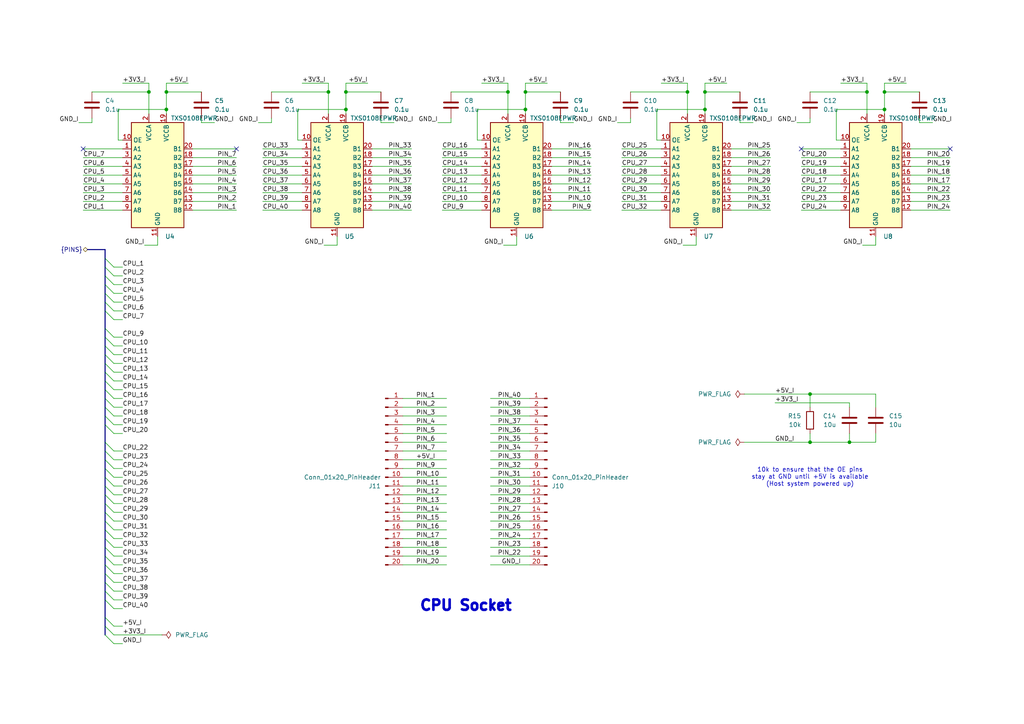
<source format=kicad_sch>
(kicad_sch (version 20250114) (generator "eeschema") (generator_version "9.0")
  (paper "A4")
  (lib_symbols
    (symbol "Connector:Conn_01x20_Pin" (pin_names (offset 1.016) (hide yes))
      (property "Reference" "J" (at 0 25.4 0))
      (property "Value" "Conn_01x20_Pin" (at 0 -27.94 0))
      (symbol "Conn_01x20_Pin_1_1"
        (rectangle (start 0.8636 22.987) (end 0 22.733) (stroke (width 0.1524)) (fill (type outline)))
        (rectangle (start 0.8636 20.447) (end 0 20.193) (stroke (width 0.1524)) (fill (type outline)))
        (rectangle (start 0.8636 17.907) (end 0 17.653) (stroke (width 0.1524)) (fill (type outline)))
        (rectangle (start 0.8636 15.367) (end 0 15.113) (stroke (width 0.1524)) (fill (type outline)))
        (rectangle (start 0.8636 12.827) (end 0 12.573) (stroke (width 0.1524)) (fill (type outline)))
        (rectangle (start 0.8636 10.287) (end 0 10.033) (stroke (width 0.1524)) (fill (type outline)))
        (rectangle (start 0.8636 7.747) (end 0 7.493) (stroke (width 0.1524)) (fill (type outline)))
        (rectangle (start 0.8636 5.207) (end 0 4.953) (stroke (width 0.1524)) (fill (type outline)))
        (rectangle (start 0.8636 2.667) (end 0 2.413) (stroke (width 0.1524)) (fill (type outline)))
        (rectangle (start 0.8636 0.127) (end 0 -0.127) (stroke (width 0.1524)) (fill (type outline)))
        (rectangle (start 0.8636 -2.413) (end 0 -2.667) (stroke (width 0.1524)) (fill (type outline)))
        (rectangle (start 0.8636 -4.953) (end 0 -5.207) (stroke (width 0.1524)) (fill (type outline)))
        (rectangle (start 0.8636 -7.493) (end 0 -7.747) (stroke (width 0.1524)) (fill (type outline)))
        (rectangle (start 0.8636 -10.033) (end 0 -10.287) (stroke (width 0.1524)) (fill (type outline)))
        (rectangle (start 0.8636 -12.573) (end 0 -12.827) (stroke (width 0.1524)) (fill (type outline)))
        (rectangle (start 0.8636 -15.113) (end 0 -15.367) (stroke (width 0.1524)) (fill (type outline)))
        (rectangle (start 0.8636 -17.653) (end 0 -17.907) (stroke (width 0.1524)) (fill (type outline)))
        (rectangle (start 0.8636 -20.193) (end 0 -20.447) (stroke (width 0.1524)) (fill (type outline)))
        (rectangle (start 0.8636 -22.733) (end 0 -22.987) (stroke (width 0.1524)) (fill (type outline)))
        (rectangle (start 0.8636 -25.273) (end 0 -25.527) (stroke (width 0.1524)) (fill (type outline)))
        (polyline (pts (xy 1.27 22.86) (xy 0.8636 22.86)) (stroke (width 0.1524)))
        (polyline (pts (xy 1.27 20.32) (xy 0.8636 20.32)) (stroke (width 0.1524)))
        (polyline (pts (xy 1.27 17.78) (xy 0.8636 17.78)) (stroke (width 0.1524)))
        (polyline (pts (xy 1.27 15.24) (xy 0.8636 15.24)) (stroke (width 0.1524)))
        (polyline (pts (xy 1.27 12.7) (xy 0.8636 12.7)) (stroke (width 0.1524)))
        (polyline (pts (xy 1.27 10.16) (xy 0.8636 10.16)) (stroke (width 0.1524)))
        (polyline (pts (xy 1.27 7.62) (xy 0.8636 7.62)) (stroke (width 0.1524)))
        (polyline (pts (xy 1.27 5.08) (xy 0.8636 5.08)) (stroke (width 0.1524)))
        (polyline (pts (xy 1.27 2.54) (xy 0.8636 2.54)) (stroke (width 0.1524)))
        (polyline (pts (xy 1.27 0) (xy 0.8636 0)) (stroke (width 0.1524)))
        (polyline (pts (xy 1.27 -2.54) (xy 0.8636 -2.54)) (stroke (width 0.1524)))
        (polyline (pts (xy 1.27 -5.08) (xy 0.8636 -5.08)) (stroke (width 0.1524)))
        (polyline (pts (xy 1.27 -7.62) (xy 0.8636 -7.62)) (stroke (width 0.1524)))
        (polyline (pts (xy 1.27 -10.16) (xy 0.8636 -10.16)) (stroke (width 0.1524)))
        (polyline (pts (xy 1.27 -12.7) (xy 0.8636 -12.7)) (stroke (width 0.1524)))
        (polyline (pts (xy 1.27 -15.24) (xy 0.8636 -15.24)) (stroke (width 0.1524)))
        (polyline (pts (xy 1.27 -17.78) (xy 0.8636 -17.78)) (stroke (width 0.1524)))
        (polyline (pts (xy 1.27 -20.32) (xy 0.8636 -20.32)) (stroke (width 0.1524)))
        (polyline (pts (xy 1.27 -22.86) (xy 0.8636 -22.86)) (stroke (width 0.1524)))
        (polyline (pts (xy 1.27 -25.4) (xy 0.8636 -25.4)) (stroke (width 0.1524)))
        (pin passive line (at 5.08 22.86 180) (length 3.81) (name "Pin_1") (number "1"))
        (pin passive line (at 5.08 20.32 180) (length 3.81) (name "Pin_2") (number "2"))
        (pin passive line (at 5.08 17.78 180) (length 3.81) (name "Pin_3") (number "3"))
        (pin passive line (at 5.08 15.24 180) (length 3.81) (name "Pin_4") (number "4"))
        (pin passive line (at 5.08 12.7 180) (length 3.81) (name "Pin_5") (number "5"))
        (pin passive line (at 5.08 10.16 180) (length 3.81) (name "Pin_6") (number "6"))
        (pin passive line (at 5.08 7.62 180) (length 3.81) (name "Pin_7") (number "7"))
        (pin passive line (at 5.08 5.08 180) (length 3.81) (name "Pin_8") (number "8"))
        (pin passive line (at 5.08 2.54 180) (length 3.81) (name "Pin_9") (number "9"))
        (pin passive line (at 5.08 0 180) (length 3.81) (name "Pin_10") (number "10"))
        (pin passive line (at 5.08 -2.54 180) (length 3.81) (name "Pin_11") (number "11"))
        (pin passive line (at 5.08 -5.08 180) (length 3.81) (name "Pin_12") (number "12"))
        (pin passive line (at 5.08 -7.62 180) (length 3.81) (name "Pin_13") (number "13"))
        (pin passive line (at 5.08 -10.16 180) (length 3.81) (name "Pin_14") (number "14"))
        (pin passive line (at 5.08 -12.7 180) (length 3.81) (name "Pin_15") (number "15"))
        (pin passive line (at 5.08 -15.24 180) (length 3.81) (name "Pin_16") (number "16"))
        (pin passive line (at 5.08 -17.78 180) (length 3.81) (name "Pin_17") (number "17"))
        (pin passive line (at 5.08 -20.32 180) (length 3.81) (name "Pin_18") (number "18"))
        (pin passive line (at 5.08 -22.86 180) (length 3.81) (name "Pin_19") (number "19"))
        (pin passive line (at 5.08 -25.4 180) (length 3.81) (name "Pin_20") (number "20"))
      )
    )
    (symbol "Device:C" (pin_numbers (hide yes)) (pin_names (offset 0.254))
      (property "Reference" "C" (at 0.635 2.54 0))
      (property "Value" "C" (at 0.635 -2.54 0))
      (symbol "C_0_1"
        (polyline (pts (xy -2.032 0.762) (xy 2.032 0.762)) (stroke (width 0.508)))
        (polyline (pts (xy -2.032 -0.762) (xy 2.032 -0.762)) (stroke (width 0.508)))
      )
      (symbol "C_1_1"
        (pin passive line (at 0 3.81 270) (length 2.794) (name "~") (number "1"))
        (pin passive line (at 0 -3.81 90) (length 2.794) (name "~") (number "2"))
      )
    )
    (symbol "Device:R" (pin_numbers (hide yes)) (pin_names (offset 0))
      (property "Reference" "R" (at 2.032 0 90))
      (property "Value" "R" (at 0 0 90))
      (symbol "R_0_1"
        (rectangle (start -1.016 -2.54) (end 1.016 2.54) (stroke (width 0.254)))
      )
      (symbol "R_1_1"
        (pin passive line (at 0 3.81 270) (length 1.27) (name "~") (number "1"))
        (pin passive line (at 0 -3.81 90) (length 1.27) (name "~") (number "2"))
      )
    )
    (symbol "Logic_LevelTranslator:TXS0108EPW"
      (property "Reference" "U" (at -6.35 16.51 0))
      (property "Value" "TXS0108EPW" (at 3.81 16.51 0))
      (symbol "TXS0108EPW_0_1"
        (rectangle (start -7.62 15.24) (end 7.62 -15.24) (stroke (width 0.254)) (fill (type background)))
      )
      (symbol "TXS0108EPW_1_1"
        (pin input line (at -10.16 10.16 0) (length 2.54) (name "OE") (number "10"))
        (pin bidirectional line (at -10.16 7.62 0) (length 2.54) (name "A1") (number "1"))
        (pin bidirectional line (at -10.16 5.08 0) (length 2.54) (name "A2") (number "3"))
        (pin bidirectional line (at -10.16 2.54 0) (length 2.54) (name "A3") (number "4"))
        (pin bidirectional line (at -10.16 0 0) (length 2.54) (name "A4") (number "5"))
        (pin bidirectional line (at -10.16 -2.54 0) (length 2.54) (name "A5") (number "6"))
        (pin bidirectional line (at -10.16 -5.08 0) (length 2.54) (name "A6") (number "7"))
        (pin bidirectional line (at -10.16 -7.62 0) (length 2.54) (name "A7") (number "8"))
        (pin bidirectional line (at -10.16 -10.16 0) (length 2.54) (name "A8") (number "9"))
        (pin power_in line (at -2.54 17.78 270) (length 2.54) (name "VCCA") (number "2"))
        (pin power_in line (at 0 -17.78 90) (length 2.54) (name "GND") (number "11"))
        (pin power_in line (at 2.54 17.78 270) (length 2.54) (name "VCCB") (number "19"))
        (pin bidirectional line (at 10.16 7.62 180) (length 2.54) (name "B1") (number "20"))
        (pin bidirectional line (at 10.16 5.08 180) (length 2.54) (name "B2") (number "18"))
        (pin bidirectional line (at 10.16 2.54 180) (length 2.54) (name "B3") (number "17"))
        (pin bidirectional line (at 10.16 0 180) (length 2.54) (name "B4") (number "16"))
        (pin bidirectional line (at 10.16 -2.54 180) (length 2.54) (name "B5") (number "15"))
        (pin bidirectional line (at 10.16 -5.08 180) (length 2.54) (name "B6") (number "14"))
        (pin bidirectional line (at 10.16 -7.62 180) (length 2.54) (name "B7") (number "13"))
        (pin bidirectional line (at 10.16 -10.16 180) (length 2.54) (name "B8") (number "12"))
      )
    )
    (symbol "power:PWR_FLAG" (power) (pin_numbers (hide yes)) (pin_names (offset 0) (hide yes))
      (property "Value" "PWR_FLAG" (at 0 3.81 0))
      (symbol "PWR_FLAG_0_0"
        (pin power_out line (at 0 0 90) (length 0) (name "~") (number "1"))
      )
      (symbol "PWR_FLAG_0_1"
        (polyline (pts (xy 0 0) (xy 0 1.27) (xy -1.016 1.905) (xy 0 2.54) (xy 1.016 1.905) (xy 0 1.27)))
      )
    )
  )
  (bus_alias "CPU" (members "PHI0" "PHI1" "PHI2" "~{RES}" "~{NMI}" "~{IRQ}" "~{SO}" "RW" "RDY" "SYNC" "PIN1" "PIN5" "PIN35" "PIN36" "D[0..7]" "A[0..15]"))
  (bus_alias "PINS" (members "CPU_[1..40]" "+5V_I" "GND_I" "+3V3_I"))
  (text "10k to ensure that the OE pins\nstay at GND until +5V is available\n(Host system powered up)" (at 234.95 138.43 0) (effects (font (size 1.27 1.27))))
  (text "CPU Socket\n" (at 135.128 175.768 0) (effects (font (size 3 3) (thickness 1.016) (bold yes))))
  (junction (at 100.33 26.67))
  (junction (at 100.33 31.75))
  (junction (at 204.47 26.67))
  (junction (at 234.95 114.3))
  (junction (at 204.47 31.75))
  (junction (at 147.32 26.67))
  (junction (at 256.54 26.67))
  (junction (at 199.39 26.67))
  (junction (at 152.4 26.67))
  (junction (at 48.26 26.67))
  (junction (at 256.54 31.75))
  (junction (at 43.18 26.67))
  (junction (at 95.25 26.67))
  (junction (at 246.38 128.27))
  (junction (at 152.4 31.75))
  (junction (at 234.95 128.27))
  (junction (at 48.26 31.75))
  (junction (at 251.46 26.67))
  (no_connect (at 232.41 43.18))
  (no_connect (at 68.58 43.18))
  (no_connect (at 24.13 43.18))
  (no_connect (at 275.59 43.18))
  (bus_entry (at 30.48 77.47) (size 2.54 2.54))
  (bus_entry (at 30.48 161.29) (size 2.54 2.54))
  (bus_entry (at 30.48 80.01) (size 2.54 2.54))
  (bus_entry (at 30.48 130.81) (size 2.54 2.54))
  (bus_entry (at 30.48 135.89) (size 2.54 2.54))
  (bus_entry (at 30.48 184.15) (size 2.54 2.54))
  (bus_entry (at 30.48 107.95) (size 2.54 2.54))
  (bus_entry (at 30.48 95.25) (size 2.54 2.54))
  (bus_entry (at 30.48 113.03) (size 2.54 2.54))
  (bus_entry (at 30.48 118.11) (size 2.54 2.54))
  (bus_entry (at 30.48 140.97) (size 2.54 2.54))
  (bus_entry (at 30.48 105.41) (size 2.54 2.54))
  (bus_entry (at 30.48 87.63) (size 2.54 2.54))
  (bus_entry (at 30.48 120.65) (size 2.54 2.54))
  (bus_entry (at 30.48 133.35) (size 2.54 2.54))
  (bus_entry (at 30.48 85.09) (size 2.54 2.54))
  (bus_entry (at 30.48 153.67) (size 2.54 2.54))
  (bus_entry (at 30.48 74.93) (size 2.54 2.54))
  (bus_entry (at 30.48 179.07) (size 2.54 2.54))
  (bus_entry (at 30.48 123.19) (size 2.54 2.54))
  (bus_entry (at 30.48 102.87) (size 2.54 2.54))
  (bus_entry (at 30.48 171.45) (size 2.54 2.54))
  (bus_entry (at 30.48 138.43) (size 2.54 2.54))
  (bus_entry (at 30.48 82.55) (size 2.54 2.54))
  (bus_entry (at 30.48 148.59) (size 2.54 2.54))
  (bus_entry (at 30.48 110.49) (size 2.54 2.54))
  (bus_entry (at 30.48 146.05) (size 2.54 2.54))
  (bus_entry (at 30.48 156.21) (size 2.54 2.54))
  (bus_entry (at 30.48 158.75) (size 2.54 2.54))
  (bus_entry (at 30.48 100.33) (size 2.54 2.54))
  (bus_entry (at 30.48 163.83) (size 2.54 2.54))
  (bus_entry (at 30.48 128.27) (size 2.54 2.54))
  (bus_entry (at 30.48 151.13) (size 2.54 2.54))
  (bus_entry (at 30.48 143.51) (size 2.54 2.54))
  (bus_entry (at 30.48 166.37) (size 2.54 2.54))
  (bus_entry (at 30.48 173.99) (size 2.54 2.54))
  (bus_entry (at 30.48 168.91) (size 2.54 2.54))
  (bus_entry (at 30.48 181.61) (size 2.54 2.54))
  (bus_entry (at 30.48 115.57) (size 2.54 2.54))
  (bus_entry (at 30.48 90.17) (size 2.54 2.54))
  (bus_entry (at 30.48 97.79) (size 2.54 2.54))
  (wire (pts (xy 43.18 26.67) (xy 43.18 33.02)))
  (bus (pts (xy 30.48 105.41) (xy 30.48 107.95)))
  (wire (pts (xy 107.95 58.42) (xy 119.38 58.42)))
  (wire (pts (xy 55.88 55.88) (xy 68.58 55.88)))
  (wire (pts (xy 204.47 24.13) (xy 210.82 24.13)))
  (wire (pts (xy 33.02 161.29) (xy 35.56 161.29)))
  (wire (pts (xy 110.49 26.67) (xy 100.33 26.67)))
  (wire (pts (xy 218.44 35.56) (xy 214.63 35.56)))
  (wire (pts (xy 55.88 48.26) (xy 68.58 48.26)))
  (wire (pts (xy 242.57 40.64) (xy 242.57 31.75)))
  (wire (pts (xy 87.63 40.64) (xy 86.36 40.64)))
  (bus (pts (xy 30.48 107.95) (xy 30.48 110.49)))
  (wire (pts (xy 212.09 45.72) (xy 223.52 45.72)))
  (bus (pts (xy 30.48 135.89) (xy 30.48 138.43)))
  (wire (pts (xy 234.95 114.3) (xy 234.95 118.11)))
  (wire (pts (xy 86.36 31.75) (xy 100.33 31.75)))
  (wire (pts (xy 232.41 53.34) (xy 243.84 53.34)))
  (wire (pts (xy 33.02 125.73) (xy 35.56 125.73)))
  (wire (pts (xy 180.34 55.88) (xy 191.77 55.88)))
  (wire (pts (xy 180.34 48.26) (xy 191.77 48.26)))
  (wire (pts (xy 149.86 68.58) (xy 149.86 71.12)))
  (wire (pts (xy 251.46 26.67) (xy 251.46 33.02)))
  (wire (pts (xy 110.49 35.56) (xy 110.49 34.29)))
  (bus (pts (xy 30.48 163.83) (xy 30.48 166.37)))
  (wire (pts (xy 116.84 120.65) (xy 129.54 120.65)))
  (wire (pts (xy 33.02 92.71) (xy 35.56 92.71)))
  (bus (pts (xy 30.48 143.51) (xy 30.48 146.05)))
  (wire (pts (xy 142.24 138.43) (xy 153.67 138.43)))
  (wire (pts (xy 76.2 48.26) (xy 87.63 48.26)))
  (wire (pts (xy 76.2 45.72) (xy 87.63 45.72)))
  (wire (pts (xy 190.5 31.75) (xy 204.47 31.75)))
  (wire (pts (xy 250.19 71.12) (xy 254 71.12)))
  (wire (pts (xy 142.24 161.29) (xy 153.67 161.29)))
  (wire (pts (xy 34.29 31.75) (xy 48.26 31.75)))
  (wire (pts (xy 55.88 50.8) (xy 68.58 50.8)))
  (bus (pts (xy 30.48 118.11) (xy 30.48 120.65)))
  (wire (pts (xy 266.7 35.56) (xy 266.7 34.29)))
  (wire (pts (xy 254 114.3) (xy 254 118.11)))
  (wire (pts (xy 160.02 55.88) (xy 171.45 55.88)))
  (wire (pts (xy 142.24 128.27) (xy 153.67 128.27)))
  (bus (pts (xy 30.48 168.91) (xy 30.48 171.45)))
  (wire (pts (xy 256.54 26.67) (xy 256.54 31.75)))
  (bus (pts (xy 30.48 123.19) (xy 30.48 128.27)))
  (wire (pts (xy 264.16 53.34) (xy 275.59 53.34)))
  (wire (pts (xy 33.02 120.65) (xy 35.56 120.65)))
  (wire (pts (xy 234.95 114.3) (xy 254 114.3)))
  (wire (pts (xy 204.47 24.13) (xy 204.47 26.67)))
  (wire (pts (xy 100.33 24.13) (xy 100.33 26.67)))
  (wire (pts (xy 212.09 60.96) (xy 223.52 60.96)))
  (wire (pts (xy 256.54 24.13) (xy 262.89 24.13)))
  (wire (pts (xy 78.74 35.56) (xy 78.74 34.29)))
  (wire (pts (xy 116.84 130.81) (xy 129.54 130.81)))
  (wire (pts (xy 242.57 31.75) (xy 256.54 31.75)))
  (wire (pts (xy 214.63 35.56) (xy 214.63 34.29)))
  (wire (pts (xy 232.41 60.96) (xy 243.84 60.96)))
  (wire (pts (xy 107.95 48.26) (xy 119.38 48.26)))
  (wire (pts (xy 107.95 43.18) (xy 119.38 43.18)))
  (wire (pts (xy 212.09 58.42) (xy 223.52 58.42)))
  (wire (pts (xy 142.24 143.51) (xy 153.67 143.51)))
  (wire (pts (xy 43.18 24.13) (xy 43.18 26.67)))
  (wire (pts (xy 78.74 26.67) (xy 95.25 26.67)))
  (wire (pts (xy 180.34 50.8) (xy 191.77 50.8)))
  (bus (pts (xy 30.48 133.35) (xy 30.48 135.89)))
  (wire (pts (xy 116.84 133.35) (xy 129.54 133.35)))
  (wire (pts (xy 254 125.73) (xy 254 128.27)))
  (wire (pts (xy 246.38 128.27) (xy 254 128.27)))
  (wire (pts (xy 33.02 100.33) (xy 35.56 100.33)))
  (wire (pts (xy 74.93 35.56) (xy 78.74 35.56)))
  (wire (pts (xy 232.41 50.8) (xy 243.84 50.8)))
  (wire (pts (xy 191.77 40.64) (xy 190.5 40.64)))
  (wire (pts (xy 224.79 116.84) (xy 246.38 116.84)))
  (wire (pts (xy 33.02 158.75) (xy 35.56 158.75)))
  (wire (pts (xy 116.84 151.13) (xy 129.54 151.13)))
  (wire (pts (xy 55.88 45.72) (xy 68.58 45.72)))
  (wire (pts (xy 180.34 53.34) (xy 191.77 53.34)))
  (wire (pts (xy 128.27 45.72) (xy 139.7 45.72)))
  (bus (pts (xy 30.48 151.13) (xy 30.48 153.67)))
  (wire (pts (xy 33.02 135.89) (xy 35.56 135.89)))
  (wire (pts (xy 152.4 24.13) (xy 152.4 26.67)))
  (wire (pts (xy 26.67 26.67) (xy 43.18 26.67)))
  (wire (pts (xy 116.84 118.11) (xy 129.54 118.11)))
  (wire (pts (xy 128.27 43.18) (xy 139.7 43.18)))
  (wire (pts (xy 138.43 31.75) (xy 152.4 31.75)))
  (wire (pts (xy 264.16 45.72) (xy 275.59 45.72)))
  (wire (pts (xy 264.16 43.18) (xy 275.59 43.18)))
  (bus (pts (xy 30.48 97.79) (xy 30.48 100.33)))
  (wire (pts (xy 107.95 50.8) (xy 119.38 50.8)))
  (bus (pts (xy 30.48 80.01) (xy 30.48 82.55)))
  (wire (pts (xy 33.02 148.59) (xy 35.56 148.59)))
  (wire (pts (xy 142.24 120.65) (xy 153.67 120.65)))
  (wire (pts (xy 234.95 26.67) (xy 251.46 26.67)))
  (wire (pts (xy 26.67 35.56) (xy 26.67 34.29)))
  (wire (pts (xy 116.84 143.51) (xy 129.54 143.51)))
  (wire (pts (xy 130.81 35.56) (xy 130.81 34.29)))
  (wire (pts (xy 116.84 123.19) (xy 129.54 123.19)))
  (wire (pts (xy 204.47 26.67) (xy 204.47 31.75)))
  (wire (pts (xy 128.27 55.88) (xy 139.7 55.88)))
  (wire (pts (xy 107.95 45.72) (xy 119.38 45.72)))
  (wire (pts (xy 142.24 163.83) (xy 153.67 163.83)))
  (bus (pts (xy 30.48 171.45) (xy 30.48 173.99)))
  (wire (pts (xy 116.84 161.29) (xy 129.54 161.29)))
  (wire (pts (xy 24.13 48.26) (xy 35.56 48.26)))
  (wire (pts (xy 142.24 135.89) (xy 153.67 135.89)))
  (wire (pts (xy 116.84 125.73) (xy 129.54 125.73)))
  (wire (pts (xy 33.02 130.81) (xy 35.56 130.81)))
  (wire (pts (xy 33.02 156.21) (xy 35.56 156.21)))
  (wire (pts (xy 234.95 35.56) (xy 234.95 34.29)))
  (wire (pts (xy 212.09 53.34) (xy 223.52 53.34)))
  (wire (pts (xy 232.41 43.18) (xy 243.84 43.18)))
  (wire (pts (xy 142.24 148.59) (xy 153.67 148.59)))
  (wire (pts (xy 48.26 24.13) (xy 48.26 26.67)))
  (wire (pts (xy 142.24 125.73) (xy 153.67 125.73)))
  (wire (pts (xy 33.02 97.79) (xy 35.56 97.79)))
  (bus (pts (xy 30.48 153.67) (xy 30.48 156.21)))
  (wire (pts (xy 33.02 118.11) (xy 35.56 118.11)))
  (wire (pts (xy 116.84 140.97) (xy 129.54 140.97)))
  (wire (pts (xy 146.05 71.12) (xy 149.86 71.12)))
  (wire (pts (xy 76.2 58.42) (xy 87.63 58.42)))
  (wire (pts (xy 130.81 26.67) (xy 147.32 26.67)))
  (wire (pts (xy 41.91 71.12) (xy 45.72 71.12)))
  (wire (pts (xy 33.02 181.61) (xy 35.56 181.61)))
  (wire (pts (xy 234.95 128.27) (xy 246.38 128.27)))
  (wire (pts (xy 33.02 133.35) (xy 35.56 133.35)))
  (wire (pts (xy 243.84 24.13) (xy 251.46 24.13)))
  (wire (pts (xy 128.27 60.96) (xy 139.7 60.96)))
  (wire (pts (xy 201.93 68.58) (xy 201.93 71.12)))
  (wire (pts (xy 254 68.58) (xy 254 71.12)))
  (wire (pts (xy 33.02 173.99) (xy 35.56 173.99)))
  (wire (pts (xy 232.41 45.72) (xy 243.84 45.72)))
  (bus (pts (xy 30.48 115.57) (xy 30.48 118.11)))
  (wire (pts (xy 33.02 110.49) (xy 35.56 110.49)))
  (wire (pts (xy 33.02 87.63) (xy 35.56 87.63)))
  (wire (pts (xy 264.16 50.8) (xy 275.59 50.8)))
  (wire (pts (xy 160.02 45.72) (xy 171.45 45.72)))
  (wire (pts (xy 116.84 128.27) (xy 129.54 128.27)))
  (wire (pts (xy 55.88 53.34) (xy 68.58 53.34)))
  (wire (pts (xy 97.79 68.58) (xy 97.79 71.12)))
  (wire (pts (xy 55.88 60.96) (xy 68.58 60.96)))
  (wire (pts (xy 33.02 163.83) (xy 35.56 163.83)))
  (bus (pts (xy 30.48 110.49) (xy 30.48 113.03)))
  (wire (pts (xy 152.4 31.75) (xy 152.4 33.02)))
  (wire (pts (xy 142.24 130.81) (xy 153.67 130.81)))
  (wire (pts (xy 256.54 24.13) (xy 256.54 26.67)))
  (wire (pts (xy 142.24 118.11) (xy 153.67 118.11)))
  (wire (pts (xy 160.02 50.8) (xy 171.45 50.8)))
  (bus (pts (xy 30.48 166.37) (xy 30.48 168.91)))
  (wire (pts (xy 128.27 53.34) (xy 139.7 53.34)))
  (wire (pts (xy 33.02 140.97) (xy 35.56 140.97)))
  (wire (pts (xy 199.39 26.67) (xy 199.39 33.02)))
  (bus (pts (xy 30.48 181.61) (xy 30.48 184.15)))
  (wire (pts (xy 33.02 102.87) (xy 35.56 102.87)))
  (wire (pts (xy 58.42 26.67) (xy 48.26 26.67)))
  (wire (pts (xy 180.34 60.96) (xy 191.77 60.96)))
  (wire (pts (xy 24.13 53.34) (xy 35.56 53.34)))
  (wire (pts (xy 162.56 26.67) (xy 152.4 26.67)))
  (wire (pts (xy 24.13 45.72) (xy 35.56 45.72)))
  (wire (pts (xy 212.09 43.18) (xy 223.52 43.18)))
  (bus (pts (xy 30.48 85.09) (xy 30.48 87.63)))
  (wire (pts (xy 212.09 50.8) (xy 223.52 50.8)))
  (wire (pts (xy 180.34 45.72) (xy 191.77 45.72)))
  (bus (pts (xy 30.48 179.07) (xy 30.48 181.61)))
  (wire (pts (xy 152.4 26.67) (xy 152.4 31.75)))
  (wire (pts (xy 107.95 53.34) (xy 119.38 53.34)))
  (wire (pts (xy 33.02 184.15) (xy 46.99 184.15)))
  (bus (pts (xy 30.48 95.25) (xy 30.48 97.79)))
  (bus (pts (xy 30.48 90.17) (xy 30.48 95.25)))
  (wire (pts (xy 33.02 77.47) (xy 35.56 77.47)))
  (wire (pts (xy 142.24 153.67) (xy 153.67 153.67)))
  (wire (pts (xy 116.84 163.83) (xy 129.54 163.83)))
  (wire (pts (xy 33.02 151.13) (xy 35.56 151.13)))
  (wire (pts (xy 55.88 58.42) (xy 68.58 58.42)))
  (wire (pts (xy 116.84 158.75) (xy 129.54 158.75)))
  (wire (pts (xy 33.02 107.95) (xy 35.56 107.95)))
  (bus (pts (xy 30.48 100.33) (xy 30.48 102.87)))
  (wire (pts (xy 48.26 24.13) (xy 54.61 24.13)))
  (bus (pts (xy 30.48 173.99) (xy 30.48 179.07)))
  (bus (pts (xy 30.48 156.21) (xy 30.48 158.75)))
  (wire (pts (xy 107.95 55.88) (xy 119.38 55.88)))
  (wire (pts (xy 179.07 35.56) (xy 182.88 35.56)))
  (wire (pts (xy 142.24 140.97) (xy 153.67 140.97)))
  (wire (pts (xy 147.32 26.67) (xy 147.32 33.02)))
  (bus (pts (xy 30.48 74.93) (xy 30.48 77.47)))
  (bus (pts (xy 30.48 77.47) (xy 30.48 80.01)))
  (wire (pts (xy 142.24 151.13) (xy 153.67 151.13)))
  (wire (pts (xy 162.56 35.56) (xy 162.56 34.29)))
  (wire (pts (xy 55.88 43.18) (xy 68.58 43.18)))
  (wire (pts (xy 142.24 115.57) (xy 153.67 115.57)))
  (wire (pts (xy 246.38 125.73) (xy 246.38 128.27)))
  (wire (pts (xy 152.4 24.13) (xy 158.75 24.13)))
  (bus (pts (xy 30.48 120.65) (xy 30.48 123.19)))
  (bus (pts (xy 25.4 72.39) (xy 30.48 72.39)))
  (bus (pts (xy 30.48 130.81) (xy 30.48 133.35)))
  (wire (pts (xy 33.02 153.67) (xy 35.56 153.67)))
  (wire (pts (xy 116.84 138.43) (xy 129.54 138.43)))
  (wire (pts (xy 34.29 40.64) (xy 34.29 31.75)))
  (wire (pts (xy 138.43 40.64) (xy 138.43 31.75)))
  (wire (pts (xy 264.16 58.42) (xy 275.59 58.42)))
  (wire (pts (xy 62.23 35.56) (xy 58.42 35.56)))
  (wire (pts (xy 33.02 90.17) (xy 35.56 90.17)))
  (wire (pts (xy 24.13 58.42) (xy 35.56 58.42)))
  (wire (pts (xy 33.02 168.91) (xy 35.56 168.91)))
  (bus (pts (xy 30.48 128.27) (xy 30.48 130.81)))
  (wire (pts (xy 166.37 35.56) (xy 162.56 35.56)))
  (wire (pts (xy 48.26 31.75) (xy 48.26 33.02)))
  (wire (pts (xy 128.27 50.8) (xy 139.7 50.8)))
  (wire (pts (xy 264.16 60.96) (xy 275.59 60.96)))
  (wire (pts (xy 142.24 133.35) (xy 153.67 133.35)))
  (wire (pts (xy 142.24 146.05) (xy 153.67 146.05)))
  (wire (pts (xy 264.16 55.88) (xy 275.59 55.88)))
  (wire (pts (xy 100.33 26.67) (xy 100.33 31.75)))
  (wire (pts (xy 24.13 60.96) (xy 35.56 60.96)))
  (wire (pts (xy 160.02 60.96) (xy 171.45 60.96)))
  (wire (pts (xy 33.02 171.45) (xy 35.56 171.45)))
  (wire (pts (xy 243.84 40.64) (xy 242.57 40.64)))
  (wire (pts (xy 76.2 55.88) (xy 87.63 55.88)))
  (wire (pts (xy 256.54 31.75) (xy 256.54 33.02)))
  (wire (pts (xy 33.02 138.43) (xy 35.56 138.43)))
  (wire (pts (xy 48.26 26.67) (xy 48.26 31.75)))
  (wire (pts (xy 33.02 105.41) (xy 35.56 105.41)))
  (bus (pts (xy 30.48 148.59) (xy 30.48 151.13)))
  (wire (pts (xy 33.02 123.19) (xy 35.56 123.19)))
  (wire (pts (xy 191.77 24.13) (xy 199.39 24.13)))
  (wire (pts (xy 142.24 156.21) (xy 153.67 156.21)))
  (wire (pts (xy 114.3 35.56) (xy 110.49 35.56)))
  (bus (pts (xy 30.48 102.87) (xy 30.48 105.41)))
  (wire (pts (xy 33.02 115.57) (xy 35.56 115.57)))
  (wire (pts (xy 93.98 71.12) (xy 97.79 71.12)))
  (wire (pts (xy 95.25 24.13) (xy 95.25 26.67)))
  (wire (pts (xy 232.41 48.26) (xy 243.84 48.26)))
  (bus (pts (xy 30.48 82.55) (xy 30.48 85.09)))
  (wire (pts (xy 35.56 24.13) (xy 43.18 24.13)))
  (wire (pts (xy 116.84 156.21) (xy 129.54 156.21)))
  (wire (pts (xy 231.14 35.56) (xy 234.95 35.56)))
  (wire (pts (xy 33.02 80.01) (xy 35.56 80.01)))
  (wire (pts (xy 100.33 31.75) (xy 100.33 33.02)))
  (wire (pts (xy 128.27 58.42) (xy 139.7 58.42)))
  (wire (pts (xy 160.02 58.42) (xy 171.45 58.42)))
  (bus (pts (xy 30.48 138.43) (xy 30.48 140.97)))
  (wire (pts (xy 180.34 43.18) (xy 191.77 43.18)))
  (wire (pts (xy 24.13 50.8) (xy 35.56 50.8)))
  (wire (pts (xy 116.84 135.89) (xy 129.54 135.89)))
  (wire (pts (xy 58.42 35.56) (xy 58.42 34.29)))
  (wire (pts (xy 214.63 26.67) (xy 204.47 26.67)))
  (wire (pts (xy 33.02 85.09) (xy 35.56 85.09)))
  (wire (pts (xy 160.02 43.18) (xy 171.45 43.18)))
  (wire (pts (xy 139.7 40.64) (xy 138.43 40.64)))
  (wire (pts (xy 190.5 40.64) (xy 190.5 31.75)))
  (wire (pts (xy 264.16 48.26) (xy 275.59 48.26)))
  (wire (pts (xy 33.02 146.05) (xy 35.56 146.05)))
  (wire (pts (xy 182.88 26.67) (xy 199.39 26.67)))
  (bus (pts (xy 30.48 72.39) (xy 30.48 74.93)))
  (wire (pts (xy 33.02 166.37) (xy 35.56 166.37)))
  (wire (pts (xy 76.2 43.18) (xy 87.63 43.18)))
  (wire (pts (xy 35.56 40.64) (xy 34.29 40.64)))
  (wire (pts (xy 246.38 116.84) (xy 246.38 118.11)))
  (bus (pts (xy 30.48 87.63) (xy 30.48 90.17)))
  (bus (pts (xy 30.48 113.03) (xy 30.48 115.57)))
  (wire (pts (xy 215.9 114.3) (xy 234.95 114.3)))
  (wire (pts (xy 232.41 55.88) (xy 243.84 55.88)))
  (bus (pts (xy 30.48 146.05) (xy 30.48 148.59)))
  (wire (pts (xy 198.12 71.12) (xy 201.93 71.12)))
  (wire (pts (xy 76.2 60.96) (xy 87.63 60.96)))
  (wire (pts (xy 128.27 48.26) (xy 139.7 48.26)))
  (wire (pts (xy 142.24 158.75) (xy 153.67 158.75)))
  (wire (pts (xy 212.09 48.26) (xy 223.52 48.26)))
  (wire (pts (xy 116.84 148.59) (xy 129.54 148.59)))
  (wire (pts (xy 33.02 176.53) (xy 35.56 176.53)))
  (wire (pts (xy 87.63 24.13) (xy 95.25 24.13)))
  (wire (pts (xy 116.84 153.67) (xy 129.54 153.67)))
  (bus (pts (xy 30.48 158.75) (xy 30.48 161.29)))
  (wire (pts (xy 76.2 50.8) (xy 87.63 50.8)))
  (wire (pts (xy 182.88 35.56) (xy 182.88 34.29)))
  (bus (pts (xy 30.48 140.97) (xy 30.48 143.51)))
  (wire (pts (xy 107.95 60.96) (xy 119.38 60.96)))
  (wire (pts (xy 86.36 40.64) (xy 86.36 31.75)))
  (bus (pts (xy 30.48 161.29) (xy 30.48 163.83)))
  (wire (pts (xy 147.32 24.13) (xy 147.32 26.67)))
  (wire (pts (xy 45.72 68.58) (xy 45.72 71.12)))
  (wire (pts (xy 160.02 48.26) (xy 171.45 48.26)))
  (wire (pts (xy 204.47 31.75) (xy 204.47 33.02)))
  (wire (pts (xy 234.95 125.73) (xy 234.95 128.27)))
  (wire (pts (xy 24.13 55.88) (xy 35.56 55.88)))
  (wire (pts (xy 33.02 143.51) (xy 35.56 143.51)))
  (wire (pts (xy 199.39 24.13) (xy 199.39 26.67)))
  (wire (pts (xy 24.13 43.18) (xy 35.56 43.18)))
  (wire (pts (xy 100.33 24.13) (xy 106.68 24.13)))
  (wire (pts (xy 212.09 55.88) (xy 223.52 55.88)))
  (wire (pts (xy 180.34 58.42) (xy 191.77 58.42)))
  (wire (pts (xy 232.41 58.42) (xy 243.84 58.42)))
  (wire (pts (xy 76.2 53.34) (xy 87.63 53.34)))
  (wire (pts (xy 139.7 24.13) (xy 147.32 24.13)))
  (wire (pts (xy 215.9 128.27) (xy 234.95 128.27)))
  (wire (pts (xy 33.02 113.03) (xy 35.56 113.03)))
  (wire (pts (xy 33.02 82.55) (xy 35.56 82.55)))
  (wire (pts (xy 33.02 186.69) (xy 35.56 186.69)))
  (wire (pts (xy 22.86 35.56) (xy 26.67 35.56)))
  (wire (pts (xy 251.46 24.13) (xy 251.46 26.67)))
  (wire (pts (xy 116.84 146.05) (xy 129.54 146.05)))
  (wire (pts (xy 116.84 115.57) (xy 129.54 115.57)))
  (wire (pts (xy 127 35.56) (xy 130.81 35.56)))
  (wire (pts (xy 95.25 26.67) (xy 95.25 33.02)))
  (wire (pts (xy 160.02 53.34) (xy 171.45 53.34)))
  (wire (pts (xy 266.7 26.67) (xy 256.54 26.67)))
  (wire (pts (xy 270.51 35.56) (xy 266.7 35.56)))
  (wire (pts (xy 142.24 123.19) (xy 153.67 123.19)))
  (label "PIN_26" (at 223.52 45.72 180))
  (label "CPU_17" (at 232.41 53.34 0))
  (label "CPU_14" (at 128.27 48.26 0))
  (label "PIN_37" (at 119.38 53.34 180))
  (label "PIN_4" (at 68.58 53.34 180))
  (label "CPU_31" (at 35.56 153.67 0))
  (label "CPU_15" (at 128.27 45.72 0))
  (label "CPU_3" (at 35.56 82.55 0))
  (label "GND_I" (at 35.56 186.69 0))
  (label "CPU_2" (at 24.13 58.42 0))
  (label "GND_I" (at 41.91 71.12 180))
  (label "CPU_16" (at 35.56 115.57 0))
  (label "PIN_7" (at 120.65 130.81 0))
  (label "CPU_9" (at 128.27 60.96 0))
  (label "CPU_39" (at 35.56 173.99 0))
  (label "CPU_3" (at 24.13 55.88 0))
  (label "PIN_27" (at 151.13 148.59 180))
  (label "PIN_19" (at 120.65 161.29 0))
  (label "PIN_40" (at 151.13 115.57 180))
  (label "PIN_39" (at 119.38 58.42 180))
  (label "CPU_12" (at 35.56 105.41 0))
  (label "CPU_35" (at 35.56 163.83 0))
  (label "PIN_29" (at 151.13 143.51 180))
  (label "CPU_16" (at 128.27 43.18 0))
  (label "PIN_5" (at 68.58 50.8 180))
  (label "PIN_40" (at 119.38 60.96 180))
  (label "PIN_2" (at 68.58 58.42 180))
  (label "PIN_15" (at 171.45 45.72 180))
  (label "CPU_29" (at 180.34 53.34 0))
  (label "CPU_36" (at 35.56 166.37 0))
  (label "CPU_18" (at 232.41 50.8 0))
  (label "CPU_2" (at 35.56 80.01 0))
  (label "CPU_7" (at 24.13 45.72 0))
  (label "PIN_16" (at 171.45 43.18 180))
  (label "PIN_16" (at 120.65 153.67 0))
  (label "CPU_37" (at 76.2 53.34 0))
  (label "CPU_40" (at 76.2 60.96 0))
  (label "PIN_24" (at 151.13 156.21 180))
  (label "GND_I" (at 218.44 35.56 0))
  (label "PIN_28" (at 223.52 50.8 180))
  (label "GND_I" (at 270.51 35.56 0))
  (label "CPU_40" (at 35.56 176.53 0))
  (label "CPU_28" (at 180.34 50.8 0))
  (label "PIN_13" (at 120.65 146.05 0))
  (label "CPU_14" (at 35.56 110.49 0))
  (label "+5V_I" (at 262.89 24.13 180))
  (label "PIN_7" (at 68.58 45.72 180))
  (label "GND_I" (at 146.05 71.12 180))
  (label "PIN_3" (at 68.58 55.88 180))
  (label "+5V_I" (at 158.75 24.13 180))
  (label "PIN_36" (at 151.13 125.73 180))
  (label "CPU_19" (at 232.41 48.26 0))
  (label "PIN_33" (at 119.38 43.18 180))
  (label "PIN_5" (at 120.65 125.73 0))
  (label "PIN_35" (at 119.38 48.26 180))
  (label "PIN_11" (at 120.65 140.97 0))
  (label "PIN_27" (at 223.52 48.26 180))
  (label "PIN_14" (at 171.45 48.26 180))
  (label "+3V3_I" (at 224.79 116.84 0))
  (label "PIN_12" (at 120.65 143.51 0))
  (label "GND_I" (at 224.79 128.27 0))
  (label "PIN_12" (at 171.45 53.34 180))
  (label "CPU_10" (at 35.56 100.33 0))
  (label "CPU_33" (at 35.56 158.75 0))
  (label "+5V_I" (at 224.79 114.3 0))
  (label "PIN_22" (at 151.13 161.29 180))
  (label "PIN_26" (at 151.13 151.13 180))
  (label "CPU_26" (at 180.34 45.72 0))
  (label "CPU_37" (at 35.56 168.91 0))
  (label "PIN_39" (at 151.13 118.11 180))
  (label "CPU_13" (at 35.56 107.95 0))
  (label "CPU_11" (at 35.56 102.87 0))
  (label "GND_I" (at 62.23 35.56 0))
  (label "CPU_13" (at 128.27 50.8 0))
  (label "PIN_18" (at 120.65 158.75 0))
  (label "+5V_I" (at 54.61 24.13 180))
  (label "PIN_15" (at 120.65 151.13 0))
  (label "PIN_19" (at 275.59 48.26 180))
  (label "GND_I" (at 127 35.56 180))
  (label "PIN_20" (at 120.65 163.83 0))
  (label "PIN_30" (at 223.52 55.88 180))
  (label "PIN_28" (at 151.13 146.05 180))
  (label "PIN_32" (at 223.52 60.96 180))
  (label "CPU_23" (at 35.56 133.35 0))
  (label "PIN_23" (at 151.13 158.75 180))
  (label "CPU_12" (at 128.27 53.34 0))
  (label "PIN_17" (at 275.59 53.34 180))
  (label "CPU_39" (at 76.2 58.42 0))
  (label "CPU_19" (at 35.56 123.19 0))
  (label "+3V3_I" (at 243.84 24.13 0))
  (label "CPU_10" (at 128.27 58.42 0))
  (label "CPU_38" (at 76.2 55.88 0))
  (label "CPU_1" (at 24.13 60.96 0))
  (label "CPU_1" (at 35.56 77.47 0))
  (label "CPU_15" (at 35.56 113.03 0))
  (label "CPU_20" (at 35.56 125.73 0))
  (label "CPU_32" (at 180.34 60.96 0))
  (label "PIN_6" (at 68.58 48.26 180))
  (label "+3V3_I" (at 35.56 184.15 0))
  (label "PIN_23" (at 275.59 58.42 180))
  (label "PIN_36" (at 119.38 50.8 180))
  (label "PIN_10" (at 120.65 138.43 0))
  (label "GND_I" (at 198.12 71.12 180))
  (label "GND_I" (at 93.98 71.12 180))
  (label "PIN_37" (at 151.13 123.19 180))
  (label "GND_I" (at 231.14 35.56 180))
  (label "CPU_26" (at 35.56 140.97 0))
  (label "CPU_34" (at 76.2 45.72 0))
  (label "CPU_33" (at 76.2 43.18 0))
  (label "PIN_20" (at 275.59 45.72 180))
  (label "GND_I" (at 166.37 35.56 0))
  (label "CPU_9" (at 35.56 97.79 0))
  (label "CPU_20" (at 232.41 45.72 0))
  (label "CPU_35" (at 76.2 48.26 0))
  (label "PIN_33" (at 151.13 133.35 180))
  (label "+5V_I" (at 106.68 24.13 180))
  (label "+5V_I" (at 35.56 181.61 0))
  (label "CPU_24" (at 232.41 60.96 0))
  (label "PIN_30" (at 151.13 140.97 180))
  (label "CPU_27" (at 180.34 48.26 0))
  (label "CPU_17" (at 35.56 118.11 0))
  (label "CPU_30" (at 35.56 151.13 0))
  (label "PIN_31" (at 223.52 58.42 180))
  (label "CPU_22" (at 35.56 130.81 0))
  (label "+5V_I" (at 210.82 24.13 180))
  (label "PIN_10" (at 171.45 58.42 180))
  (label "GND_I" (at 74.93 35.56 180))
  (label "PIN_25" (at 223.52 43.18 180))
  (label "CPU_18" (at 35.56 120.65 0))
  (label "+3V3_I" (at 139.7 24.13 0))
  (label "GND_I" (at 179.07 35.56 180))
  (label "PIN_35" (at 151.13 128.27 180))
  (label "CPU_38" (at 35.56 171.45 0))
  (label "+3V3_I" (at 191.77 24.13 0))
  (label "PIN_13" (at 171.45 50.8 180))
  (label "PIN_1" (at 120.65 115.57 0))
  (label "PIN_29" (at 223.52 53.34 180))
  (label "GND_I" (at 22.86 35.56 180))
  (label "CPU_4" (at 24.13 53.34 0))
  (label "CPU_25" (at 35.56 138.43 0))
  (label "CPU_34" (at 35.56 161.29 0))
  (label "CPU_36" (at 76.2 50.8 0))
  (label "+3V3_I" (at 87.63 24.13 0))
  (label "CPU_5" (at 24.13 50.8 0))
  (label "CPU_6" (at 35.56 90.17 0))
  (label "+3V3_I" (at 35.56 24.13 0))
  (label "PIN_9" (at 120.65 135.89 0))
  (label "PIN_1" (at 68.58 60.96 180))
  (label "GND_I" (at 151.13 163.83 180))
  (label "CPU_27" (at 35.56 143.51 0))
  (label "PIN_25" (at 151.13 153.67 180))
  (label "PIN_34" (at 119.38 45.72 180))
  (label "CPU_4" (at 35.56 85.09 0))
  (label "PIN_18" (at 275.59 50.8 180))
  (label "CPU_30" (at 180.34 55.88 0))
  (label "+5V_I" (at 120.65 133.35 0))
  (label "PIN_2" (at 120.65 118.11 0))
  (label "CPU_32" (at 35.56 156.21 0))
  (label "PIN_24" (at 275.59 60.96 180))
  (label "CPU_23" (at 232.41 58.42 0))
  (label "PIN_6" (at 120.65 128.27 0))
  (label "CPU_31" (at 180.34 58.42 0))
  (label "PIN_4" (at 120.65 123.19 0))
  (label "PIN_9" (at 171.45 60.96 180))
  (label "CPU_25" (at 180.34 43.18 0))
  (label "CPU_7" (at 35.56 92.71 0))
  (label "GND_I" (at 114.3 35.56 0))
  (label "CPU_6" (at 24.13 48.26 0))
  (label "PIN_22" (at 275.59 55.88 180))
  (label "PIN_17" (at 120.65 156.21 0))
  (label "CPU_28" (at 35.56 146.05 0))
  (label "PIN_14" (at 120.65 148.59 0))
  (label "CPU_29" (at 35.56 148.59 0))
  (label "CPU_24" (at 35.56 135.89 0))
  (label "PIN_11" (at 171.45 55.88 180))
  (label "PIN_38" (at 151.13 120.65 180))
  (label "PIN_3" (at 120.65 120.65 0))
  (label "PIN_32" (at 151.13 135.89 180))
  (label "PIN_31" (at 151.13 138.43 180))
  (label "CPU_5" (at 35.56 87.63 0))
  (label "PIN_38" (at 119.38 55.88 180))
  (label "CPU_22" (at 232.41 55.88 0))
  (label "CPU_11" (at 128.27 55.88 0))
  (label "GND_I" (at 250.19 71.12 180))
  (label "PIN_34" (at 151.13 130.81 180))
  (hierarchical_label "{PINS}" (shape bidirectional) (at 25.4 72.39 180))
  (symbol (lib_id "Device:C") (at 214.63 30.48 0) (unit 1)
    (property "Reference" "C11" (at 218.44 29.2099 0) (effects (justify left)))
    (property "Value" "0.1u" (at 218.44 31.7499 0) (effects (justify left)))
    (property "Footprint" "Capacitor_SMD:C_0402_1005Metric" (effects (hide yes)))
    (property "Description" "Unpolarized capacitor" (effects (hide yes)))
    (property "LCSC Part #" "C1525" (effects (hide yes)))
  )
  (symbol (lib_id "Device:C") (at 78.74 30.48 0) (unit 1)
    (property "Reference" "C6" (at 82.55 29.2099 0) (effects (justify left)))
    (property "Value" "0.1u" (at 82.55 31.7499 0) (effects (justify left)))
    (property "Footprint" "Capacitor_SMD:C_0402_1005Metric" (effects (hide yes)))
    (property "Description" "Unpolarized capacitor" (effects (hide yes)))
    (property "LCSC Part #" "C1525" (effects (hide yes)))
  )
  (symbol (lib_id "Device:C") (at 254 121.92 0) (unit 1)
    (property "Reference" "C15" (at 257.81 120.6499 0) (effects (justify left)))
    (property "Value" "10u" (at 257.81 123.1899 0) (effects (justify left)))
    (property "Footprint" "Capacitor_SMD:C_0603_1608Metric" (effects (hide yes)))
    (property "Description" "Unpolarized capacitor" (effects (hide yes)))
    (property "LCSC Part #" "C19702" (effects (hide yes)))
  )
  (symbol (lib_id "Device:C") (at 266.7 30.48 0) (unit 1)
    (property "Reference" "C13" (at 270.51 29.2099 0) (effects (justify left)))
    (property "Value" "0.1u" (at 270.51 31.7499 0) (effects (justify left)))
    (property "Footprint" "Capacitor_SMD:C_0402_1005Metric" (effects (hide yes)))
    (property "Description" "Unpolarized capacitor" (effects (hide yes)))
    (property "LCSC Part #" "C1525" (effects (hide yes)))
  )
  (symbol (lib_id "Logic_LevelTranslator:TXS0108EPW") (at 254 50.8 0) (unit 1)
    (property "Reference" "U8" (at 256.1941 68.58 0) (effects (justify left)))
    (property "Value" "TXS0108EPWR" (at 257.81 34.29 0) (effects (justify left)))
    (property "Footprint" "Package_SO:TSSOP-20_4.4x6.5mm_P0.65mm" (effects (hide yes)))
    (property "Datasheet" "www.ti.com/lit/ds/symlink/txs0108e.pdf" (effects (hide yes)))
    (property "Description" "Bidirectional  level-shifting voltage translator, TSSOP-20" (effects (hide yes)))
    (property "LCSC Part #" "C17206" (effects (hide yes)))
  )
  (symbol (lib_id "Logic_LevelTranslator:TXS0108EPW") (at 201.93 50.8 0) (unit 1)
    (property "Reference" "U7" (at 204.1241 68.58 0) (effects (justify left)))
    (property "Value" "TXS0108EPWR" (at 205.74 34.29 0) (effects (justify left)))
    (property "Footprint" "Package_SO:TSSOP-20_4.4x6.5mm_P0.65mm" (effects (hide yes)))
    (property "Datasheet" "www.ti.com/lit/ds/symlink/txs0108e.pdf" (effects (hide yes)))
    (property "Description" "Bidirectional  level-shifting voltage translator, TSSOP-20" (effects (hide yes)))
    (property "LCSC Part #" "C17206" (effects (hide yes)))
  )
  (symbol (lib_id "power:PWR_FLAG") (at 215.9 114.3 90) (unit 1)
    (property "Reference" "#FLG05" (effects (hide yes)))
    (property "Value" "PWR_FLAG" (at 212.09 114.2999 90) (effects (justify left)))
    (property "Description" "Special symbol for telling ERC where power comes from" (effects (hide yes)))
  )
  (symbol (lib_id "Logic_LevelTranslator:TXS0108EPW") (at 97.79 50.8 0) (unit 1)
    (property "Reference" "U5" (at 99.9841 68.58 0) (effects (justify left)))
    (property "Value" "TXS0108EPWR" (at 101.6 34.29 0) (effects (justify left)))
    (property "Footprint" "Package_SO:TSSOP-20_4.4x6.5mm_P0.65mm" (effects (hide yes)))
    (property "Datasheet" "www.ti.com/lit/ds/symlink/txs0108e.pdf" (effects (hide yes)))
    (property "Description" "Bidirectional  level-shifting voltage translator, TSSOP-20" (effects (hide yes)))
    (property "LCSC Part #" "C17206" (effects (hide yes)))
  )
  (symbol (lib_id "Device:R") (at 234.95 121.92 0) (unit 1)
    (property "Reference" "R15" (at 232.41 120.6499 0) (effects (justify right)))
    (property "Value" "10k" (at 232.41 123.1899 0) (effects (justify right)))
    (property "Footprint" "Resistor_SMD:R_0402_1005Metric" (effects (hide yes)))
    (property "Description" "Resistor" (effects (hide yes)))
    (property "LCSC Part #" "C25744" (effects (hide yes)))
  )
  (symbol (lib_id "Logic_LevelTranslator:TXS0108EPW") (at 149.86 50.8 0) (unit 1)
    (property "Reference" "U6" (at 152.0541 68.58 0) (effects (justify left)))
    (property "Value" "TXS0108EPWR" (at 153.67 34.29 0) (effects (justify left)))
    (property "Footprint" "Package_SO:TSSOP-20_4.4x6.5mm_P0.65mm" (effects (hide yes)))
    (property "Datasheet" "www.ti.com/lit/ds/symlink/txs0108e.pdf" (effects (hide yes)))
    (property "Description" "Bidirectional  level-shifting voltage translator, TSSOP-20" (effects (hide yes)))
    (property "LCSC Part #" "C17206" (effects (hide yes)))
  )
  (symbol (lib_id "Connector:Conn_01x20_Pin") (at 111.76 138.43 0) (unit 1)
    (property "Reference" "J11" (at 110.49 140.9701 0) (effects (justify right)))
    (property "Value" "Conn_01x20_PinHeader" (at 110.49 138.4301 0) (effects (justify right)))
    (property "Footprint" "Connector_PinHeader_2.54mm:PinHeader_1x20_P2.54mm_Vertical" (effects (hide yes)))
    (property "Description" "Generic connector, single row, 01x20, script generated" (effects (hide yes)))
    (property "LCSC Part #" "C50981" (effects (hide yes)))
  )
  (symbol (lib_id "Device:C") (at 234.95 30.48 0) (unit 1)
    (property "Reference" "C12" (at 238.76 29.2099 0) (effects (justify left)))
    (property "Value" "0.1u" (at 238.76 31.7499 0) (effects (justify left)))
    (property "Footprint" "Capacitor_SMD:C_0402_1005Metric" (effects (hide yes)))
    (property "Description" "Unpolarized capacitor" (effects (hide yes)))
    (property "LCSC Part #" "C1525" (effects (hide yes)))
  )
  (symbol (lib_id "Device:C") (at 58.42 30.48 0) (unit 1)
    (property "Reference" "C5" (at 62.23 29.2099 0) (effects (justify left)))
    (property "Value" "0.1u" (at 62.23 31.7499 0) (effects (justify left)))
    (property "Footprint" "Capacitor_SMD:C_0402_1005Metric" (effects (hide yes)))
    (property "Description" "Unpolarized capacitor" (effects (hide yes)))
    (property "LCSC Part #" "C1525" (effects (hide yes)))
  )
  (symbol (lib_id "Device:C") (at 26.67 30.48 0) (unit 1)
    (property "Reference" "C4" (at 30.48 29.2099 0) (effects (justify left)))
    (property "Value" "0.1u" (at 30.48 31.7499 0) (effects (justify left)))
    (property "Footprint" "Capacitor_SMD:C_0402_1005Metric" (effects (hide yes)))
    (property "Description" "Unpolarized capacitor" (effects (hide yes)))
    (property "LCSC Part #" "C1525" (effects (hide yes)))
  )
  (symbol (lib_id "Device:C") (at 110.49 30.48 0) (unit 1)
    (property "Reference" "C7" (at 114.3 29.2099 0) (effects (justify left)))
    (property "Value" "0.1u" (at 114.3 31.7499 0) (effects (justify left)))
    (property "Footprint" "Capacitor_SMD:C_0402_1005Metric" (effects (hide yes)))
    (property "Description" "Unpolarized capacitor" (effects (hide yes)))
    (property "LCSC Part #" "C1525" (effects (hide yes)))
  )
  (symbol (lib_id "Device:C") (at 162.56 30.48 0) (unit 1)
    (property "Reference" "C9" (at 166.37 29.2099 0) (effects (justify left)))
    (property "Value" "0.1u" (at 166.37 31.7499 0) (effects (justify left)))
    (property "Footprint" "Capacitor_SMD:C_0402_1005Metric" (effects (hide yes)))
    (property "Description" "Unpolarized capacitor" (effects (hide yes)))
    (property "LCSC Part #" "C1525" (effects (hide yes)))
  )
  (symbol (lib_id "power:PWR_FLAG") (at 46.99 184.15 270) (unit 1)
    (property "Reference" "#FLG04" (effects (hide yes)))
    (property "Value" "PWR_FLAG" (at 50.8 184.1499 90) (effects (justify left)))
    (property "Description" "Special symbol for telling ERC where power comes from" (effects (hide yes)))
  )
  (symbol (lib_id "Logic_LevelTranslator:TXS0108EPW") (at 45.72 50.8 0) (unit 1)
    (property "Reference" "U4" (at 47.9141 68.58 0) (effects (justify left)))
    (property "Value" "TXS0108EPWR" (at 49.53 34.29 0) (effects (justify left)))
    (property "Footprint" "Package_SO:TSSOP-20_4.4x6.5mm_P0.65mm" (effects (hide yes)))
    (property "Datasheet" "www.ti.com/lit/ds/symlink/txs0108e.pdf" (effects (hide yes)))
    (property "Description" "Bidirectional  level-shifting voltage translator, TSSOP-20" (effects (hide yes)))
    (property "LCSC Part #" "C17206" (effects (hide yes)))
  )
  (symbol (lib_id "Device:C") (at 130.81 30.48 0) (unit 1)
    (property "Reference" "C8" (at 134.62 29.2099 0) (effects (justify left)))
    (property "Value" "0.1u" (at 134.62 31.7499 0) (effects (justify left)))
    (property "Footprint" "Capacitor_SMD:C_0402_1005Metric" (effects (hide yes)))
    (property "Description" "Unpolarized capacitor" (effects (hide yes)))
    (property "LCSC Part #" "C1525" (effects (hide yes)))
  )
  (symbol (lib_id "power:PWR_FLAG") (at 215.9 128.27 90) (unit 1)
    (property "Reference" "#FLG06" (effects (hide yes)))
    (property "Value" "PWR_FLAG" (at 212.09 128.2699 90) (effects (justify left)))
    (property "Description" "Special symbol for telling ERC where power comes from" (effects (hide yes)))
  )
  (symbol (lib_id "Device:C") (at 182.88 30.48 0) (unit 1)
    (property "Reference" "C10" (at 186.69 29.2099 0) (effects (justify left)))
    (property "Value" "0.1u" (at 186.69 31.7499 0) (effects (justify left)))
    (property "Footprint" "Capacitor_SMD:C_0402_1005Metric" (effects (hide yes)))
    (property "Description" "Unpolarized capacitor" (effects (hide yes)))
    (property "LCSC Part #" "C1525" (effects (hide yes)))
  )
  (symbol (lib_id "Connector:Conn_01x20_Pin") (at 158.75 138.43 0) (mirror y) (unit 1)
    (property "Reference" "J10" (at 160.02 140.9701 0) (effects (justify right)))
    (property "Value" "Conn_01x20_PinHeader" (at 160.02 138.4301 0) (effects (justify right)))
    (property "Footprint" "Connector_PinHeader_2.54mm:PinHeader_1x20_P2.54mm_Vertical" (effects (hide yes)))
    (property "Description" "Generic connector, single row, 01x20, script generated" (effects (hide yes)))
    (property "LCSC Part #" "C50981" (effects (hide yes)))
  )
  (symbol (lib_id "Device:C") (at 246.38 121.92 0) (unit 1)
    (property "Reference" "C14" (at 242.57 120.6499 0) (effects (justify right)))
    (property "Value" "10u" (at 242.57 123.1899 0) (effects (justify right)))
    (property "Footprint" "Capacitor_SMD:C_0603_1608Metric" (effects (hide yes)))
    (property "Description" "Unpolarized capacitor" (effects (hide yes)))
    (property "LCSC Part #" "C19702" (effects (hide yes)))
  )
)
</source>
